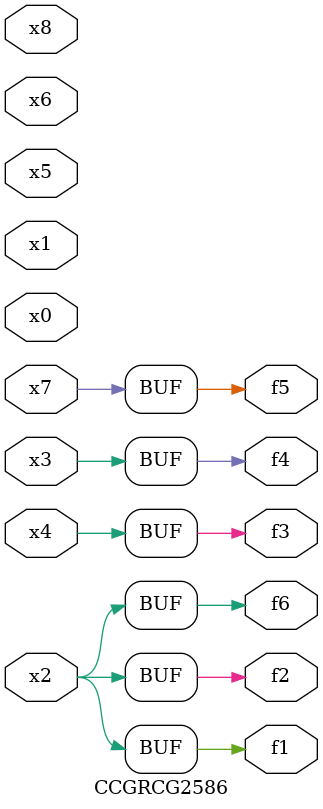
<source format=v>
module CCGRCG2586(
	input x0, x1, x2, x3, x4, x5, x6, x7, x8,
	output f1, f2, f3, f4, f5, f6
);
	assign f1 = x2;
	assign f2 = x2;
	assign f3 = x4;
	assign f4 = x3;
	assign f5 = x7;
	assign f6 = x2;
endmodule

</source>
